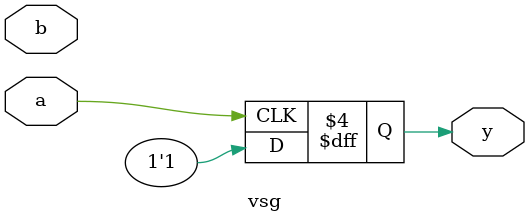
<source format=v>
`timescale 1ns/1ps
`default_nettype none

module vsg(
    input wire a,
    input wire b,
    output reg y
);

initial y = 1;

always @(posedge a) begin
    y <= #400 ~b;
    y <= #460 1;
end

endmodule
`default_nettype wire

</source>
